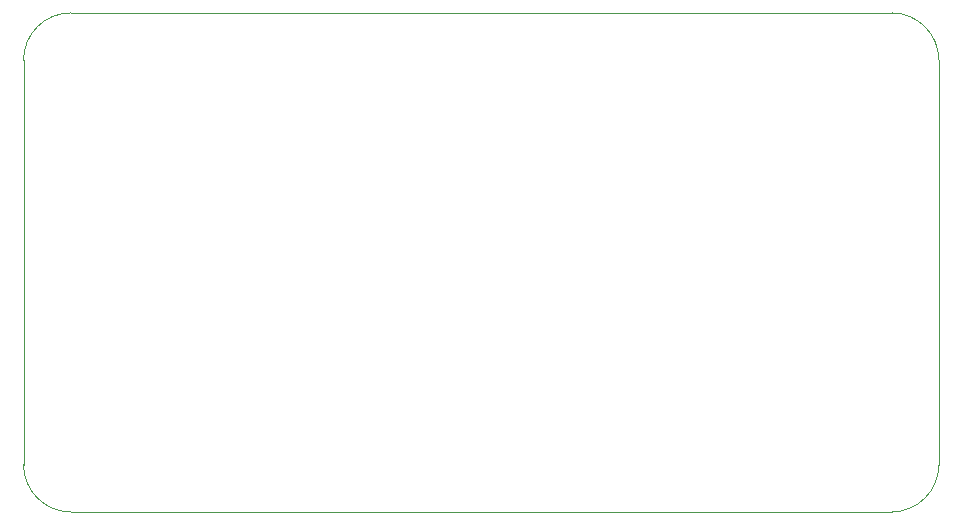
<source format=gko>
%FSLAX46Y46*%
G04 Gerber Fmt 4.6, Leading zero omitted, Abs format (unit mm)*
G04 Created by KiCad (PCBNEW (2014-jul-16 BZR unknown)-product) date Thu 14 Aug 2014 03:55:34 PM CEST*
%MOMM*%
G01*
G04 APERTURE LIST*
%ADD10C,0.020000*%
%ADD11C,0.100000*%
G04 APERTURE END LIST*
D10*
D11*
X91700000Y-12700000D02*
X22200000Y-12700000D01*
X22200000Y-54950000D02*
X91700000Y-54950000D01*
X95700000Y-50950000D02*
X95700000Y-16700000D01*
X18200000Y-16700000D02*
X18200000Y-50950000D01*
X18200000Y-50950000D02*
G75*
G03X22200000Y-54950000I4000000J0D01*
G74*
G01*
X91700000Y-54950000D02*
G75*
G03X95700000Y-50950000I0J4000000D01*
G74*
G01*
X95700000Y-16700000D02*
G75*
G03X91700000Y-12700000I-4000000J0D01*
G74*
G01*
X22200000Y-12700000D02*
G75*
G03X18200000Y-16700000I0J-4000000D01*
G74*
G01*
M02*

</source>
